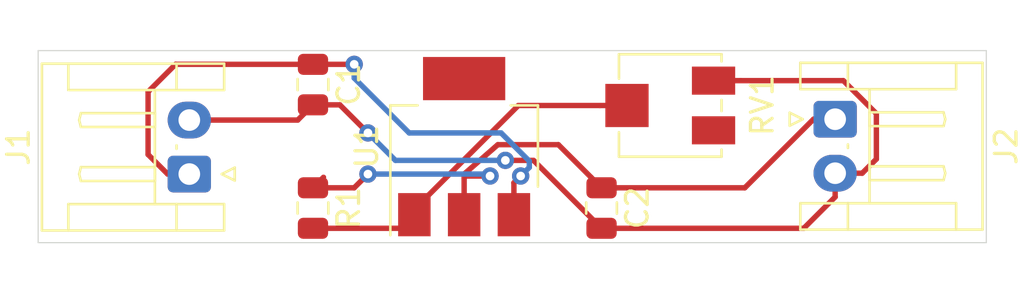
<source format=kicad_pcb>
(kicad_pcb (version 20211014) (generator pcbnew)
  (layers (0 "F.Cu" signal) (31 "B.Cu" signal) (34 "B.Paste" user) (35 "F.Paste" user) (36 "B.SilkS" user "B.Silkscreen") (37 "F.SilkS" user "F.Silkscreen") (38 "B.Mask" user) (39 "F.Mask" user) (44 "Edge.Cuts" user))
  (net 0 "")
  (net 1 "GND")
  (net 2 "Net-(C1-Pad1)")
  (net 3 "Net-(C2-Pad1)")
  (net 4 "Net-(R1-Pad2)")
  (net 5 "NC")
  (footprint "Capacitor_SMD:C_0805_2012Metric" (layer "F.Cu") (at 103.505 77.7725 -90)
    (fp_text reference "C1" (at 0 -1.65 90) (layer "F.SilkS"))
    (fp_text value "CP")
    (fp_line (start -0.258578 0.71) (end 0.258578 0.71) (layer "F.SilkS") (width 0.12))
    (fp_line (start -0.258578 -0.71) (end 0.258578 -0.71) (layer "F.SilkS") (width 0.12))
    (pad "1" smd roundrect locked (at -0.9375 0 270) (size 0.975 1.4) (layers "F.Cu" "F.Paste" "F.Mask") (net 2 "Net-(C1-Pad1)"))
    (pad "2" smd roundrect locked (at 0.9375 0 270) (size 0.975 1.4) (layers "F.Cu" "F.Paste" "F.Mask") (net 1 "GND"))
  )
  (footprint "Capacitor_SMD:C_0805_2012Metric" (layer "F.Cu") (at 116.84 83.4875 -90)
    (fp_text reference "C2" (at 0 -1.65 90) (layer "F.SilkS"))
    (fp_text value "CP")
    (fp_line (start -0.258578 0.71) (end 0.258578 0.71) (layer "F.SilkS") (width 0.12))
    (fp_line (start -0.258578 -0.71) (end 0.258578 -0.71) (layer "F.SilkS") (width 0.12))
    (pad "1" smd roundrect locked (at -0.9375 0 270) (size 0.975 1.4) (layers "F.Cu" "F.Paste" "F.Mask") (net 3 "Net-(C2-Pad1)"))
    (pad "2" smd roundrect locked (at 0.9375 0 270) (size 0.975 1.4) (layers "F.Cu" "F.Paste" "F.Mask") (net 1 "GND"))
  )
  (footprint "Connector_JST:JST_EH_S2B-EH_1x02_P2.50mm_Horizontal" (layer "F.Cu") (at 97.79 81.915 90)
    (fp_text reference "J1" (at 1.25 -7.9 90) (layer "F.SilkS"))
    (fp_text value "Conn_01x02_Male")
    (fp_line (start 0 1.5) (end -0.3 2.1) (layer "F.SilkS") (width 0.12))
    (fp_line (start 0.32 -1.59) (end 0 -1.59) (layer "F.SilkS") (width 0.12))
    (fp_line (start 2.5 -5.09) (end 2.82 -5.01) (layer "F.SilkS") (width 0.12))
    (fp_line (start 5.11 -5.59) (end 3.89 -5.59) (layer "F.SilkS") (width 0.12))
    (fp_line (start 2.5 -1.59) (end 2.18 -1.59) (layer "F.SilkS") (width 0.12))
    (fp_line (start -0.32 -1.59) (end -0.32 -5.01) (layer "F.SilkS") (width 0.12))
    (fp_line (start 5.11 -6.81) (end 5.11 1.61) (layer "F.SilkS") (width 0.12))
    (fp_line (start 3.89 -0.59) (end 5.11 -0.59) (layer "F.SilkS") (width 0.12))
    (fp_line (start 0 -1.59) (end -0.32 -1.59) (layer "F.SilkS") (width 0.12))
    (fp_line (start -2.61 -5.59) (end -1.39 -5.59) (layer "F.SilkS") (width 0.12))
    (fp_line (start -1.39 -1.59) (end 3.89 -1.59) (layer "F.SilkS") (width 0.12))
    (fp_line (start -0.3 2.1) (end 0.3 2.1) (layer "F.SilkS") (width 0.12))
    (fp_line (start -2.61 1.61) (end -2.61 -6.81) (layer "F.SilkS") (width 0.12))
    (fp_line (start -2.61 -6.81) (end 5.11 -6.81) (layer "F.SilkS") (width 0.12))
    (fp_line (start 2.18 -1.59) (end 2.18 -5.01) (layer "F.SilkS") (width 0.12))
    (fp_line (start 0.32 -5.01) (end 0.32 -1.59) (layer "F.SilkS") (width 0.12))
    (fp_line (start 5.11 1.61) (end 3.89 1.61) (layer "F.SilkS") (width 0.12))
    (fp_line (start -1.39 1.61) (end -2.61 1.61) (layer "F.SilkS") (width 0.12))
    (fp_line (start 3.89 1.61) (end 3.89 -0.59) (layer "F.SilkS") (width 0.12))
    (fp_line (start 3.89 -5.59) (end 3.89 -0.59) (layer "F.SilkS") (width 0.12))
    (fp_line (start -1.39 -0.59) (end -2.61 -0.59) (layer "F.SilkS") (width 0.12))
    (fp_line (start -1.39 -5.59) (end -1.39 -0.59) (layer "F.SilkS") (width 0.12))
    (fp_line (start 0.3 2.1) (end 0 1.5) (layer "F.SilkS") (width 0.12))
    (fp_line (start 2.18 -5.01) (end 2.5 -5.09) (layer "F.SilkS") (width 0.12))
    (fp_line (start 0 -5.09) (end 0.32 -5.01) (layer "F.SilkS") (width 0.12))
    (fp_line (start -1.39 -0.59) (end -1.39 1.61) (layer "F.SilkS") (width 0.12))
    (fp_line (start 2.82 -1.59) (end 2.5 -1.59) (layer "F.SilkS") (width 0.12))
    (fp_line (start 2.82 -5.01) (end 2.82 -1.59) (layer "F.SilkS") (width 0.12))
    (fp_line (start 1.17 -0.59) (end 1.33 -0.59) (layer "F.SilkS") (width 0.12))
    (fp_line (start -0.32 -5.01) (end 0 -5.09) (layer "F.SilkS") (width 0.12))
    (pad "1" thru_hole roundrect locked (at 0 0 90) (size 1.7 2) (drill 1) (layers *.Cu *.Mask) (roundrect_rratio 0.147059) (net 2 "Net-(C1-Pad1)"))
    (pad "2" thru_hole oval locked (at 2.5 0 90) (size 1.7 2) (drill 1) (layers *.Cu *.Mask) (net 1 "GND"))
  )
  (footprint "Connector_JST:JST_EH_S2B-EH_1x02_P2.50mm_Horizontal" (layer "F.Cu") (at 127.635 79.375 -90)
    (fp_text reference "J2" (at 1.25 -7.9 90) (layer "F.SilkS"))
    (fp_text value "Conn_01x02_Male")
    (fp_line (start -2.61 -5.59) (end -1.39 -5.59) (layer "F.SilkS") (width 0.12))
    (fp_line (start 1.17 -0.59) (end 1.33 -0.59) (layer "F.SilkS") (width 0.12))
    (fp_line (start 0 -5.09) (end 0.32 -5.01) (layer "F.SilkS") (width 0.12))
    (fp_line (start -2.61 -6.81) (end 5.11 -6.81) (layer "F.SilkS") (width 0.12))
    (fp_line (start 0.32 -5.01) (end 0.32 -1.59) (layer "F.SilkS") (width 0.12))
    (fp_line (start 0.3 2.1) (end 0 1.5) (layer "F.SilkS") (width 0.12))
    (fp_line (start -1.39 1.61) (end -2.61 1.61) (layer "F.SilkS") (width 0.12))
    (fp_line (start -0.32 -1.59) (end -0.32 -5.01) (layer "F.SilkS") (width 0.12))
    (fp_line (start 0 -1.59) (end -0.32 -1.59) (layer "F.SilkS") (width 0.12))
    (fp_line (start -1.39 -0.59) (end -2.61 -0.59) (layer "F.SilkS") (width 0.12))
    (fp_line (start -0.3 2.1) (end 0.3 2.1) (layer "F.SilkS") (width 0.12))
    (fp_line (start 2.82 -1.59) (end 2.5 -1.59) (layer "F.SilkS") (width 0.12))
    (fp_line (start 2.5 -5.09) (end 2.82 -5.01) (layer "F.SilkS") (width 0.12))
    (fp_line (start -0.32 -5.01) (end 0 -5.09) (layer "F.SilkS") (width 0.12))
    (fp_line (start 5.11 -6.81) (end 5.11 1.61) (layer "F.SilkS") (width 0.12))
    (fp_line (start 5.11 1.61) (end 3.89 1.61) (layer "F.SilkS") (width 0.12))
    (fp_line (start 3.89 1.61) (end 3.89 -0.59) (layer "F.SilkS") (width 0.12))
    (fp_line (start -1.39 -1.59) (end 3.89 -1.59) (layer "F.SilkS") (width 0.12))
    (fp_line (start -1.39 -0.59) (end -1.39 1.61) (layer "F.SilkS") (width 0.12))
    (fp_line (start 2.5 -1.59) (end 2.18 -1.59) (layer "F.SilkS") (width 0.12))
    (fp_line (start 2.18 -1.59) (end 2.18 -5.01) (layer "F.SilkS") (width 0.12))
    (fp_line (start 2.82 -5.01) (end 2.82 -1.59) (layer "F.SilkS") (width 0.12))
    (fp_line (start 5.11 -5.59) (end 3.89 -5.59) (layer "F.SilkS") (width 0.12))
    (fp_line (start 0.32 -1.59) (end 0 -1.59) (layer "F.SilkS") (width 0.12))
    (fp_line (start 2.18 -5.01) (end 2.5 -5.09) (layer "F.SilkS") (width 0.12))
    (fp_line (start -1.39 -5.59) (end -1.39 -0.59) (layer "F.SilkS") (width 0.12))
    (fp_line (start -2.61 1.61) (end -2.61 -6.81) (layer "F.SilkS") (width 0.12))
    (fp_line (start 3.89 -0.59) (end 5.11 -0.59) (layer "F.SilkS") (width 0.12))
    (fp_line (start 3.89 -5.59) (end 3.89 -0.59) (layer "F.SilkS") (width 0.12))
    (fp_line (start 0 1.5) (end -0.3 2.1) (layer "F.SilkS") (width 0.12))
    (pad "1" thru_hole roundrect locked (at 0 0 270) (size 1.7 2) (drill 1) (layers *.Cu *.Mask) (roundrect_rratio 0.147059) (net 3 "Net-(C2-Pad1)"))
    (pad "2" thru_hole oval locked (at 2.5 0 270) (size 1.7 2) (drill 1) (layers *.Cu *.Mask) (net 1 "GND"))
  )
  (footprint "Resistor_SMD:R_0805_2012Metric" (layer "F.Cu") (at 103.505 83.4875 -90)
    (fp_text reference "R1" (at 0 -1.65 90) (layer "F.SilkS"))
    (fp_text value "R")
    (fp_line (start -0.258578 0.71) (end 0.258578 0.71) (layer "F.SilkS") (width 0.12))
    (fp_line (start -0.258578 -0.71) (end 0.258578 -0.71) (layer "F.SilkS") (width 0.12))
    (pad "1" smd roundrect locked (at -0.9375 0 270) (size 0.975 1.4) (layers "F.Cu" "F.Paste" "F.Mask") (net 3 "Net-(C2-Pad1)"))
    (pad "2" smd roundrect locked (at 0.9375 0 270) (size 0.975 1.4) (layers "F.Cu" "F.Paste" "F.Mask") (net 4 "Net-(R1-Pad2)"))
  )
  (footprint "Potentiometer_SMD:Potentiometer_Bourns_3314J_Vertical" (layer "F.Cu") (at 120.015 78.74 -90)
    (fp_text reference "RV1" (at 0 -4.25 90) (layer "F.SilkS"))
    (fp_text value "R_POT")
    (fp_line (start 1.24 2.37) (end 2.37 2.37) (layer "F.SilkS") (width 0.12))
    (fp_line (start -2.37 -2.37) (end -2.039 -2.37) (layer "F.SilkS") (width 0.12))
    (fp_line (start -2.37 -2.37) (end -2.37 2.37) (layer "F.SilkS") (width 0.12))
    (fp_line (start -0.259 -2.37) (end 0.26 -2.37) (layer "F.SilkS") (width 0.12))
    (fp_line (start -2.37 2.37) (end -1.24 2.37) (layer "F.SilkS") (width 0.12))
    (fp_line (start 2.04 -2.37) (end 2.37 -2.37) (layer "F.SilkS") (width 0.12))
    (fp_line (start 2.37 -2.37) (end 2.37 2.37) (layer "F.SilkS") (width 0.12))
    (pad "1" smd rect locked (at 1.15 -2 270) (size 1.3 2) (layers "F.Cu" "F.Paste" "F.Mask") (net 5 "NC"))
    (pad "2" smd rect locked (at 0 2 270) (size 2 2) (layers "F.Cu" "F.Paste" "F.Mask") (net 4 "Net-(R1-Pad2)"))
    (pad "3" smd rect locked (at -1.15 -2 270) (size 1.3 2) (layers "F.Cu" "F.Paste" "F.Mask") (net 1 "GND"))
  )
  (footprint "Package_TO_SOT_SMD:SOT-223" (layer "F.Cu") (at 110.49 80.645 90)
    (fp_text reference "U1" (at 0 -4.5 90) (layer "F.SilkS"))
    (fp_text value "LM317_3PinPackage" hide)
    (fp_line (start 1.91 3.41) (end 1.91 2.15) (layer "F.SilkS") (width 0.12))
    (fp_line (start -4.1 -3.41) (end 1.91 -3.41) (layer "F.SilkS") (width 0.12))
    (fp_line (start -1.85 3.41) (end 1.91 3.41) (layer "F.SilkS") (width 0.12))
    (fp_line (start 1.91 -3.41) (end 1.91 -2.15) (layer "F.SilkS") (width 0.12))
    (pad "1" smd rect locked (at -3.15 -2.3 90) (size 2 1.5) (layers "F.Cu" "F.Paste" "F.Mask") (net 4 "Net-(R1-Pad2)"))
    (pad "2" smd rect locked (at -3.15 0 90) (size 2 1.5) (layers "F.Cu" "F.Paste" "F.Mask") (net 3 "Net-(C2-Pad1)"))
    (pad "3" smd rect locked (at -3.15 2.3 90) (size 2 1.5) (layers "F.Cu" "F.Paste" "F.Mask") (net 2 "Net-(C1-Pad1)"))
    (pad "4" smd rect locked (at 3.15 0 90) (size 2 3.8) (layers "F.Cu" "F.Paste" "F.Mask"))
  )
  (gr_line (start 134.62 76.2) (end 134.62 85.09) (layer "Edge.Cuts") (width 0.05))
  (gr_line (start 90.805 85.09) (end 90.805 76.2) (layer "Edge.Cuts") (width 0.05))
  (gr_line (start 90.805 76.2) (end 134.62 76.2) (layer "Edge.Cuts") (width 0.05))
  (gr_line (start 134.62 85.09) (end 90.805 85.09) (layer "Edge.Cuts") (width 0.05))
  (segment (start 116.84 84.425) (end 113.695 81.28) (width 0.25) (layer "F.Cu") (net 1))
  (segment (start 102.8 79.415) (end 103.505 78.71) (width 0.25) (layer "F.Cu") (net 1))
  (segment (start 129.54 79.11681) (end 128.01319 77.59) (width 0.25) (layer "F.Cu") (net 1))
  (segment (start 127.635 82.975) (end 127.635 81.875) (width 0.25) (layer "F.Cu") (net 1))
  (segment (start 97.79 79.415) (end 102.8 79.415) (width 0.25) (layer "F.Cu") (net 1))
  (segment (start 129.54 81.22) (end 129.54 79.11681) (width 0.25) (layer "F.Cu") (net 1))
  (segment (start 128.885 81.875) (end 129.54 81.22) (width 0.25) (layer "F.Cu") (net 1))
  (segment (start 116.84 84.425) (end 126.185 84.425) (width 0.25) (layer "F.Cu") (net 1))
  (segment (start 128.01319 77.59) (end 123.265 77.59) (width 0.25) (layer "F.Cu") (net 1))
  (segment (start 127.635 81.875) (end 128.885 81.875) (width 0.25) (layer "F.Cu") (net 1))
  (segment (start 123.265 77.59) (end 122.015 77.59) (width 0.25) (layer "F.Cu") (net 1))
  (segment (start 106.045 80.01) (end 104.745 78.71) (width 0.25) (layer "F.Cu") (net 1))
  (segment (start 113.695 81.28) (end 112.395 81.28) (width 0.25) (layer "F.Cu") (net 1))
  (segment (start 104.745 78.71) (end 103.505 78.71) (width 0.25) (layer "F.Cu") (net 1))
  (segment (start 126.185 84.425) (end 127.635 82.975) (width 0.25) (layer "F.Cu") (net 1))
  (via (at 106.045 80.01) (size 0.8) (drill 0.4) (layers "F.Cu" "B.Cu") (net 1))
  (via (at 112.395 81.28) (size 0.8) (drill 0.4) (layers "F.Cu" "B.Cu") (net 1))
  (segment (start 107.315 81.28) (end 106.045 80.01) (width 0.25) (layer "B.Cu") (net 1))
  (segment (start 112.395 81.28) (end 107.315 81.28) (width 0.25) (layer "B.Cu") (net 1))
  (segment (start 112.79 83.795) (end 112.79 82.317108) (width 0.25) (layer "F.Cu") (net 2))
  (segment (start 95.885 81.01) (end 95.885 78.105) (width 0.25) (layer "F.Cu") (net 2))
  (segment (start 105.41 76.835) (end 103.505 76.835) (width 0.25) (layer "F.Cu") (net 2))
  (segment (start 97.79 81.915) (end 96.79 81.915) (width 0.25) (layer "F.Cu") (net 2))
  (segment (start 112.79 82.317108) (end 113.102108 82.005) (width 0.25) (layer "F.Cu") (net 2))
  (segment (start 96.79 81.915) (end 95.885 81.01) (width 0.25) (layer "F.Cu") (net 2))
  (segment (start 97.155 76.835) (end 103.505 76.835) (width 0.25) (layer "F.Cu") (net 2))
  (segment (start 95.885 78.105) (end 97.155 76.835) (width 0.25) (layer "F.Cu") (net 2))
  (via (at 105.41 76.835) (size 0.8) (drill 0.4) (layers "F.Cu" "B.Cu") (net 2))
  (via (at 113.102108 82.005) (size 0.8) (drill 0.4) (layers "F.Cu" "B.Cu") (net 2))
  (segment (start 112.198002 80.01) (end 107.95 80.01) (width 0.25) (layer "B.Cu") (net 2))
  (segment (start 113.502107 81.605001) (end 113.502107 81.314105) (width 0.25) (layer "B.Cu") (net 2))
  (segment (start 105.41 77.47) (end 105.41 76.835) (width 0.25) (layer "B.Cu") (net 2))
  (segment (start 107.95 80.01) (end 105.41 77.47) (width 0.25) (layer "B.Cu") (net 2))
  (segment (start 113.102108 82.005) (end 113.502107 81.605001) (width 0.25) (layer "B.Cu") (net 2))
  (segment (start 113.502107 81.314105) (end 112.198002 80.01) (width 0.25) (layer "B.Cu") (net 2))
  (segment (start 112.046999 80.554999) (end 114.844999 80.554999) (width 0.25) (layer "F.Cu") (net 3))
  (segment (start 105.41 82.55) (end 106.045 81.915) (width 0.25) (layer "F.Cu") (net 3))
  (segment (start 126.635 79.375) (end 123.46 82.55) (width 0.25) (layer "F.Cu") (net 3))
  (segment (start 110.49 83.795) (end 110.49 82.111998) (width 0.25) (layer "F.Cu") (net 3))
  (segment (start 116.354473 82.064473) (end 116.84 82.55) (width 0.25) (layer "F.Cu") (net 3))
  (segment (start 123.46 82.55) (end 117.54 82.55) (width 0.25) (layer "F.Cu") (net 3))
  (segment (start 110.49 82.111998) (end 110.49 81.915) (width 0.25) (layer "F.Cu") (net 3))
  (segment (start 103.990527 82.064473) (end 103.505 82.55) (width 0.25) (layer "F.Cu") (net 3))
  (segment (start 114.844999 80.554999) (end 116.354473 82.064473) (width 0.25) (layer "F.Cu") (net 3))
  (segment (start 117.54 82.55) (end 116.84 82.55) (width 0.25) (layer "F.Cu") (net 3))
  (segment (start 111.687892 82.005) (end 110.58 82.005) (width 0.25) (layer "F.Cu") (net 3))
  (segment (start 110.49 81.915) (end 112.046999 80.554999) (width 0.25) (layer "F.Cu") (net 3))
  (segment (start 127.635 79.375) (end 126.635 79.375) (width 0.25) (layer "F.Cu") (net 3))
  (segment (start 110.58 82.005) (end 110.49 81.915) (width 0.25) (layer "F.Cu") (net 3))
  (segment (start 103.505 82.55) (end 105.41 82.55) (width 0.25) (layer "F.Cu") (net 3))
  (via (at 111.687892 82.005) (size 0.8) (drill 0.4) (layers "F.Cu" "B.Cu") (net 3))
  (via (at 106.045 81.915) (size 0.8) (drill 0.4) (layers "F.Cu" "B.Cu") (net 3))
  (segment (start 111.597892 81.915) (end 111.687892 82.005) (width 0.25) (layer "B.Cu") (net 3))
  (segment (start 106.045 81.915) (end 111.597892 81.915) (width 0.25) (layer "B.Cu") (net 3))
  (segment (start 107.56 84.425) (end 108.19 83.795) (width 0.25) (layer "F.Cu") (net 4))
  (segment (start 112.995 78.74) (end 116.765 78.74) (width 0.25) (layer "F.Cu") (net 4))
  (segment (start 108.19 83.795) (end 108.19 83.545) (width 0.25) (layer "F.Cu") (net 4))
  (segment (start 108.19 83.545) (end 112.995 78.74) (width 0.25) (layer "F.Cu") (net 4))
  (segment (start 116.765 78.74) (end 118.015 78.74) (width 0.25) (layer "F.Cu") (net 4))
  (segment (start 103.505 84.425) (end 107.56 84.425) (width 0.25) (layer "F.Cu") (net 4))
)
</source>
